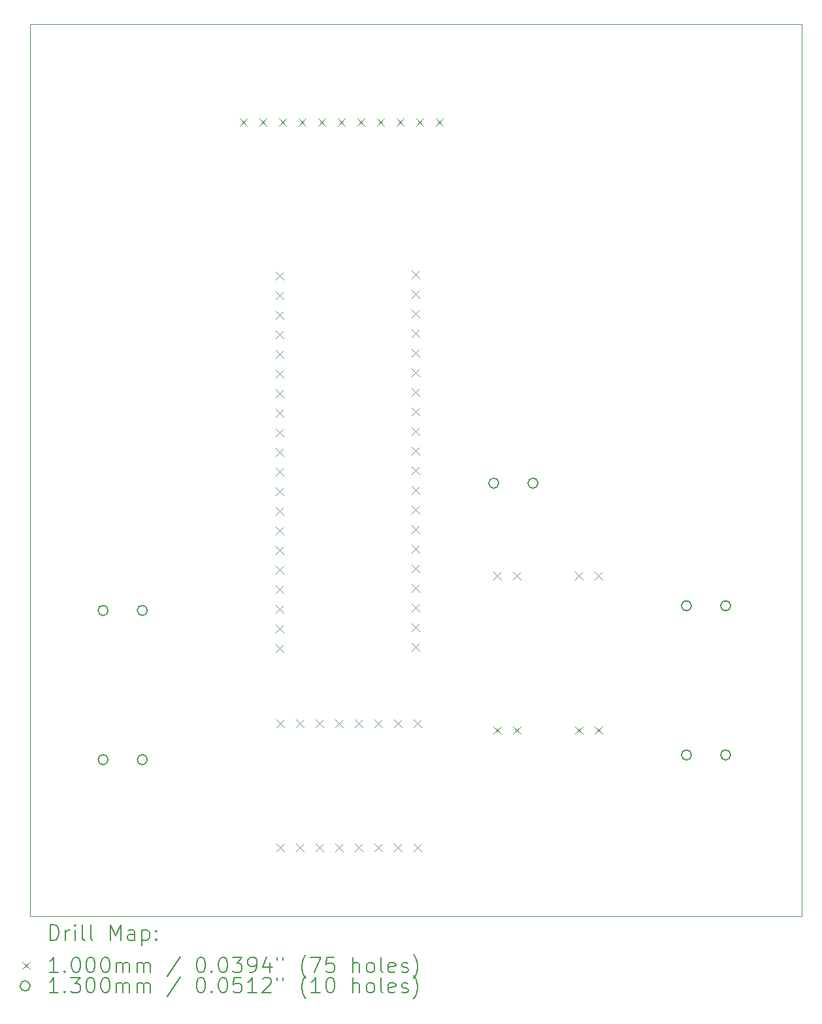
<source format=gbr>
%TF.GenerationSoftware,KiCad,Pcbnew,9.0.7*%
%TF.CreationDate,2026-01-22T15:28:59+05:00*%
%TF.ProjectId,PCB,5043422e-6b69-4636-9164-5f7063625858,rev?*%
%TF.SameCoordinates,Original*%
%TF.FileFunction,Drillmap*%
%TF.FilePolarity,Positive*%
%FSLAX45Y45*%
G04 Gerber Fmt 4.5, Leading zero omitted, Abs format (unit mm)*
G04 Created by KiCad (PCBNEW 9.0.7) date 2026-01-22 15:28:59*
%MOMM*%
%LPD*%
G01*
G04 APERTURE LIST*
%ADD10C,0.050000*%
%ADD11C,0.200000*%
%ADD12C,0.100000*%
%ADD13C,0.130000*%
G04 APERTURE END LIST*
D10*
X8969500Y-3131967D02*
X18969500Y-3131967D01*
X18969500Y-14681967D01*
X8969500Y-14681967D01*
X8969500Y-3131967D01*
D11*
D12*
X11680000Y-4350000D02*
X11780000Y-4450000D01*
X11780000Y-4350000D02*
X11680000Y-4450000D01*
X11934000Y-4350000D02*
X12034000Y-4450000D01*
X12034000Y-4350000D02*
X11934000Y-4450000D01*
X12150000Y-6336029D02*
X12250000Y-6436029D01*
X12250000Y-6336029D02*
X12150000Y-6436029D01*
X12150000Y-6590029D02*
X12250000Y-6690029D01*
X12250000Y-6590029D02*
X12150000Y-6690029D01*
X12150000Y-6844029D02*
X12250000Y-6944029D01*
X12250000Y-6844029D02*
X12150000Y-6944029D01*
X12150000Y-7098029D02*
X12250000Y-7198029D01*
X12250000Y-7098029D02*
X12150000Y-7198029D01*
X12150000Y-7352029D02*
X12250000Y-7452029D01*
X12250000Y-7352029D02*
X12150000Y-7452029D01*
X12150000Y-7606029D02*
X12250000Y-7706029D01*
X12250000Y-7606029D02*
X12150000Y-7706029D01*
X12150000Y-7860029D02*
X12250000Y-7960029D01*
X12250000Y-7860029D02*
X12150000Y-7960029D01*
X12150000Y-8114029D02*
X12250000Y-8214029D01*
X12250000Y-8114029D02*
X12150000Y-8214029D01*
X12150000Y-8368029D02*
X12250000Y-8468029D01*
X12250000Y-8368029D02*
X12150000Y-8468029D01*
X12150000Y-8622029D02*
X12250000Y-8722029D01*
X12250000Y-8622029D02*
X12150000Y-8722029D01*
X12150000Y-8876029D02*
X12250000Y-8976029D01*
X12250000Y-8876029D02*
X12150000Y-8976029D01*
X12150000Y-9130029D02*
X12250000Y-9230029D01*
X12250000Y-9130029D02*
X12150000Y-9230029D01*
X12150000Y-9384029D02*
X12250000Y-9484029D01*
X12250000Y-9384029D02*
X12150000Y-9484029D01*
X12150000Y-9638029D02*
X12250000Y-9738029D01*
X12250000Y-9638029D02*
X12150000Y-9738029D01*
X12150000Y-9892029D02*
X12250000Y-9992029D01*
X12250000Y-9892029D02*
X12150000Y-9992029D01*
X12150000Y-10146029D02*
X12250000Y-10246029D01*
X12250000Y-10146029D02*
X12150000Y-10246029D01*
X12150000Y-10400029D02*
X12250000Y-10500029D01*
X12250000Y-10400029D02*
X12150000Y-10500029D01*
X12150000Y-10654029D02*
X12250000Y-10754029D01*
X12250000Y-10654029D02*
X12150000Y-10754029D01*
X12150000Y-10908029D02*
X12250000Y-11008029D01*
X12250000Y-10908029D02*
X12150000Y-11008029D01*
X12150000Y-11162029D02*
X12250000Y-11262029D01*
X12250000Y-11162029D02*
X12150000Y-11262029D01*
X12160638Y-12140476D02*
X12260638Y-12240476D01*
X12260638Y-12140476D02*
X12160638Y-12240476D01*
X12160638Y-13749276D02*
X12260638Y-13849276D01*
X12260638Y-13749276D02*
X12160638Y-13849276D01*
X12188000Y-4350000D02*
X12288000Y-4450000D01*
X12288000Y-4350000D02*
X12188000Y-4450000D01*
X12414638Y-12140476D02*
X12514638Y-12240476D01*
X12514638Y-12140476D02*
X12414638Y-12240476D01*
X12414638Y-13749276D02*
X12514638Y-13849276D01*
X12514638Y-13749276D02*
X12414638Y-13849276D01*
X12442000Y-4350000D02*
X12542000Y-4450000D01*
X12542000Y-4350000D02*
X12442000Y-4450000D01*
X12668638Y-12140476D02*
X12768638Y-12240476D01*
X12768638Y-12140476D02*
X12668638Y-12240476D01*
X12668638Y-13749276D02*
X12768638Y-13849276D01*
X12768638Y-13749276D02*
X12668638Y-13849276D01*
X12696000Y-4350000D02*
X12796000Y-4450000D01*
X12796000Y-4350000D02*
X12696000Y-4450000D01*
X12922638Y-12140476D02*
X13022638Y-12240476D01*
X13022638Y-12140476D02*
X12922638Y-12240476D01*
X12922638Y-13749276D02*
X13022638Y-13849276D01*
X13022638Y-13749276D02*
X12922638Y-13849276D01*
X12950000Y-4350000D02*
X13050000Y-4450000D01*
X13050000Y-4350000D02*
X12950000Y-4450000D01*
X13176638Y-12140476D02*
X13276638Y-12240476D01*
X13276638Y-12140476D02*
X13176638Y-12240476D01*
X13176638Y-13749276D02*
X13276638Y-13849276D01*
X13276638Y-13749276D02*
X13176638Y-13849276D01*
X13204000Y-4350000D02*
X13304000Y-4450000D01*
X13304000Y-4350000D02*
X13204000Y-4450000D01*
X13430638Y-12140476D02*
X13530638Y-12240476D01*
X13530638Y-12140476D02*
X13430638Y-12240476D01*
X13430638Y-13749276D02*
X13530638Y-13849276D01*
X13530638Y-13749276D02*
X13430638Y-13849276D01*
X13458000Y-4350000D02*
X13558000Y-4450000D01*
X13558000Y-4350000D02*
X13458000Y-4450000D01*
X13684638Y-12140476D02*
X13784638Y-12240476D01*
X13784638Y-12140476D02*
X13684638Y-12240476D01*
X13684638Y-13749276D02*
X13784638Y-13849276D01*
X13784638Y-13749276D02*
X13684638Y-13849276D01*
X13712000Y-4350000D02*
X13812000Y-4450000D01*
X13812000Y-4350000D02*
X13712000Y-4450000D01*
X13912000Y-6324029D02*
X14012000Y-6424029D01*
X14012000Y-6324029D02*
X13912000Y-6424029D01*
X13912000Y-6578029D02*
X14012000Y-6678029D01*
X14012000Y-6578029D02*
X13912000Y-6678029D01*
X13912000Y-6832029D02*
X14012000Y-6932029D01*
X14012000Y-6832029D02*
X13912000Y-6932029D01*
X13912000Y-7086029D02*
X14012000Y-7186029D01*
X14012000Y-7086029D02*
X13912000Y-7186029D01*
X13912000Y-7340029D02*
X14012000Y-7440029D01*
X14012000Y-7340029D02*
X13912000Y-7440029D01*
X13912000Y-7594029D02*
X14012000Y-7694029D01*
X14012000Y-7594029D02*
X13912000Y-7694029D01*
X13912000Y-7848029D02*
X14012000Y-7948029D01*
X14012000Y-7848029D02*
X13912000Y-7948029D01*
X13912000Y-8102029D02*
X14012000Y-8202029D01*
X14012000Y-8102029D02*
X13912000Y-8202029D01*
X13912000Y-8356029D02*
X14012000Y-8456029D01*
X14012000Y-8356029D02*
X13912000Y-8456029D01*
X13912000Y-8610029D02*
X14012000Y-8710029D01*
X14012000Y-8610029D02*
X13912000Y-8710029D01*
X13912000Y-8864029D02*
X14012000Y-8964029D01*
X14012000Y-8864029D02*
X13912000Y-8964029D01*
X13912000Y-9118029D02*
X14012000Y-9218029D01*
X14012000Y-9118029D02*
X13912000Y-9218029D01*
X13912000Y-9372029D02*
X14012000Y-9472029D01*
X14012000Y-9372029D02*
X13912000Y-9472029D01*
X13912000Y-9626029D02*
X14012000Y-9726029D01*
X14012000Y-9626029D02*
X13912000Y-9726029D01*
X13912000Y-9880029D02*
X14012000Y-9980029D01*
X14012000Y-9880029D02*
X13912000Y-9980029D01*
X13912000Y-10134029D02*
X14012000Y-10234029D01*
X14012000Y-10134029D02*
X13912000Y-10234029D01*
X13912000Y-10388029D02*
X14012000Y-10488029D01*
X14012000Y-10388029D02*
X13912000Y-10488029D01*
X13912000Y-10642029D02*
X14012000Y-10742029D01*
X14012000Y-10642029D02*
X13912000Y-10742029D01*
X13912000Y-10896029D02*
X14012000Y-10996029D01*
X14012000Y-10896029D02*
X13912000Y-10996029D01*
X13912000Y-11150029D02*
X14012000Y-11250029D01*
X14012000Y-11150029D02*
X13912000Y-11250029D01*
X13938638Y-12140476D02*
X14038638Y-12240476D01*
X14038638Y-12140476D02*
X13938638Y-12240476D01*
X13938638Y-13749276D02*
X14038638Y-13849276D01*
X14038638Y-13749276D02*
X13938638Y-13849276D01*
X13966000Y-4350000D02*
X14066000Y-4450000D01*
X14066000Y-4350000D02*
X13966000Y-4450000D01*
X14220000Y-4350000D02*
X14320000Y-4450000D01*
X14320000Y-4350000D02*
X14220000Y-4450000D01*
X14971184Y-10226237D02*
X15071184Y-10326237D01*
X15071184Y-10226237D02*
X14971184Y-10326237D01*
X14971184Y-12226237D02*
X15071184Y-12326237D01*
X15071184Y-12226237D02*
X14971184Y-12326237D01*
X15225184Y-10226237D02*
X15325184Y-10326237D01*
X15325184Y-10226237D02*
X15225184Y-10326237D01*
X15225184Y-12226237D02*
X15325184Y-12326237D01*
X15325184Y-12226237D02*
X15225184Y-12326237D01*
X16025184Y-10226237D02*
X16125184Y-10326237D01*
X16125184Y-10226237D02*
X16025184Y-10326237D01*
X16025184Y-12226237D02*
X16125184Y-12326237D01*
X16125184Y-12226237D02*
X16025184Y-12326237D01*
X16279184Y-10226237D02*
X16379184Y-10326237D01*
X16379184Y-10226237D02*
X16279184Y-10326237D01*
X16279184Y-12226237D02*
X16379184Y-12326237D01*
X16379184Y-12226237D02*
X16279184Y-12326237D01*
D13*
X9978000Y-10724217D02*
G75*
G02*
X9848000Y-10724217I-65000J0D01*
G01*
X9848000Y-10724217D02*
G75*
G02*
X9978000Y-10724217I65000J0D01*
G01*
X9978000Y-12657217D02*
G75*
G02*
X9848000Y-12657217I-65000J0D01*
G01*
X9848000Y-12657217D02*
G75*
G02*
X9978000Y-12657217I65000J0D01*
G01*
X10486000Y-10724217D02*
G75*
G02*
X10356000Y-10724217I-65000J0D01*
G01*
X10356000Y-10724217D02*
G75*
G02*
X10486000Y-10724217I65000J0D01*
G01*
X10486000Y-12657217D02*
G75*
G02*
X10356000Y-12657217I-65000J0D01*
G01*
X10356000Y-12657217D02*
G75*
G02*
X10486000Y-12657217I65000J0D01*
G01*
X15040000Y-9075000D02*
G75*
G02*
X14910000Y-9075000I-65000J0D01*
G01*
X14910000Y-9075000D02*
G75*
G02*
X15040000Y-9075000I65000J0D01*
G01*
X15548000Y-9075000D02*
G75*
G02*
X15418000Y-9075000I-65000J0D01*
G01*
X15418000Y-9075000D02*
G75*
G02*
X15548000Y-9075000I65000J0D01*
G01*
X17536205Y-10663217D02*
G75*
G02*
X17406205Y-10663217I-65000J0D01*
G01*
X17406205Y-10663217D02*
G75*
G02*
X17536205Y-10663217I65000J0D01*
G01*
X17536205Y-12596217D02*
G75*
G02*
X17406205Y-12596217I-65000J0D01*
G01*
X17406205Y-12596217D02*
G75*
G02*
X17536205Y-12596217I65000J0D01*
G01*
X18044205Y-10663217D02*
G75*
G02*
X17914205Y-10663217I-65000J0D01*
G01*
X17914205Y-10663217D02*
G75*
G02*
X18044205Y-10663217I65000J0D01*
G01*
X18044205Y-12596217D02*
G75*
G02*
X17914205Y-12596217I-65000J0D01*
G01*
X17914205Y-12596217D02*
G75*
G02*
X18044205Y-12596217I65000J0D01*
G01*
D11*
X9227777Y-14995951D02*
X9227777Y-14795951D01*
X9227777Y-14795951D02*
X9275396Y-14795951D01*
X9275396Y-14795951D02*
X9303967Y-14805475D01*
X9303967Y-14805475D02*
X9323015Y-14824522D01*
X9323015Y-14824522D02*
X9332539Y-14843570D01*
X9332539Y-14843570D02*
X9342063Y-14881665D01*
X9342063Y-14881665D02*
X9342063Y-14910237D01*
X9342063Y-14910237D02*
X9332539Y-14948332D01*
X9332539Y-14948332D02*
X9323015Y-14967380D01*
X9323015Y-14967380D02*
X9303967Y-14986427D01*
X9303967Y-14986427D02*
X9275396Y-14995951D01*
X9275396Y-14995951D02*
X9227777Y-14995951D01*
X9427777Y-14995951D02*
X9427777Y-14862618D01*
X9427777Y-14900713D02*
X9437301Y-14881665D01*
X9437301Y-14881665D02*
X9446824Y-14872141D01*
X9446824Y-14872141D02*
X9465872Y-14862618D01*
X9465872Y-14862618D02*
X9484920Y-14862618D01*
X9551586Y-14995951D02*
X9551586Y-14862618D01*
X9551586Y-14795951D02*
X9542063Y-14805475D01*
X9542063Y-14805475D02*
X9551586Y-14814999D01*
X9551586Y-14814999D02*
X9561110Y-14805475D01*
X9561110Y-14805475D02*
X9551586Y-14795951D01*
X9551586Y-14795951D02*
X9551586Y-14814999D01*
X9675396Y-14995951D02*
X9656348Y-14986427D01*
X9656348Y-14986427D02*
X9646824Y-14967380D01*
X9646824Y-14967380D02*
X9646824Y-14795951D01*
X9780158Y-14995951D02*
X9761110Y-14986427D01*
X9761110Y-14986427D02*
X9751586Y-14967380D01*
X9751586Y-14967380D02*
X9751586Y-14795951D01*
X10008729Y-14995951D02*
X10008729Y-14795951D01*
X10008729Y-14795951D02*
X10075396Y-14938808D01*
X10075396Y-14938808D02*
X10142063Y-14795951D01*
X10142063Y-14795951D02*
X10142063Y-14995951D01*
X10323015Y-14995951D02*
X10323015Y-14891189D01*
X10323015Y-14891189D02*
X10313491Y-14872141D01*
X10313491Y-14872141D02*
X10294444Y-14862618D01*
X10294444Y-14862618D02*
X10256348Y-14862618D01*
X10256348Y-14862618D02*
X10237301Y-14872141D01*
X10323015Y-14986427D02*
X10303967Y-14995951D01*
X10303967Y-14995951D02*
X10256348Y-14995951D01*
X10256348Y-14995951D02*
X10237301Y-14986427D01*
X10237301Y-14986427D02*
X10227777Y-14967380D01*
X10227777Y-14967380D02*
X10227777Y-14948332D01*
X10227777Y-14948332D02*
X10237301Y-14929284D01*
X10237301Y-14929284D02*
X10256348Y-14919761D01*
X10256348Y-14919761D02*
X10303967Y-14919761D01*
X10303967Y-14919761D02*
X10323015Y-14910237D01*
X10418253Y-14862618D02*
X10418253Y-15062618D01*
X10418253Y-14872141D02*
X10437301Y-14862618D01*
X10437301Y-14862618D02*
X10475396Y-14862618D01*
X10475396Y-14862618D02*
X10494444Y-14872141D01*
X10494444Y-14872141D02*
X10503967Y-14881665D01*
X10503967Y-14881665D02*
X10513491Y-14900713D01*
X10513491Y-14900713D02*
X10513491Y-14957856D01*
X10513491Y-14957856D02*
X10503967Y-14976903D01*
X10503967Y-14976903D02*
X10494444Y-14986427D01*
X10494444Y-14986427D02*
X10475396Y-14995951D01*
X10475396Y-14995951D02*
X10437301Y-14995951D01*
X10437301Y-14995951D02*
X10418253Y-14986427D01*
X10599205Y-14976903D02*
X10608729Y-14986427D01*
X10608729Y-14986427D02*
X10599205Y-14995951D01*
X10599205Y-14995951D02*
X10589682Y-14986427D01*
X10589682Y-14986427D02*
X10599205Y-14976903D01*
X10599205Y-14976903D02*
X10599205Y-14995951D01*
X10599205Y-14872141D02*
X10608729Y-14881665D01*
X10608729Y-14881665D02*
X10599205Y-14891189D01*
X10599205Y-14891189D02*
X10589682Y-14881665D01*
X10589682Y-14881665D02*
X10599205Y-14872141D01*
X10599205Y-14872141D02*
X10599205Y-14891189D01*
D12*
X8867000Y-15274467D02*
X8967000Y-15374467D01*
X8967000Y-15274467D02*
X8867000Y-15374467D01*
D11*
X9332539Y-15415951D02*
X9218253Y-15415951D01*
X9275396Y-15415951D02*
X9275396Y-15215951D01*
X9275396Y-15215951D02*
X9256348Y-15244522D01*
X9256348Y-15244522D02*
X9237301Y-15263570D01*
X9237301Y-15263570D02*
X9218253Y-15273094D01*
X9418253Y-15396903D02*
X9427777Y-15406427D01*
X9427777Y-15406427D02*
X9418253Y-15415951D01*
X9418253Y-15415951D02*
X9408729Y-15406427D01*
X9408729Y-15406427D02*
X9418253Y-15396903D01*
X9418253Y-15396903D02*
X9418253Y-15415951D01*
X9551586Y-15215951D02*
X9570634Y-15215951D01*
X9570634Y-15215951D02*
X9589682Y-15225475D01*
X9589682Y-15225475D02*
X9599205Y-15234999D01*
X9599205Y-15234999D02*
X9608729Y-15254046D01*
X9608729Y-15254046D02*
X9618253Y-15292141D01*
X9618253Y-15292141D02*
X9618253Y-15339761D01*
X9618253Y-15339761D02*
X9608729Y-15377856D01*
X9608729Y-15377856D02*
X9599205Y-15396903D01*
X9599205Y-15396903D02*
X9589682Y-15406427D01*
X9589682Y-15406427D02*
X9570634Y-15415951D01*
X9570634Y-15415951D02*
X9551586Y-15415951D01*
X9551586Y-15415951D02*
X9532539Y-15406427D01*
X9532539Y-15406427D02*
X9523015Y-15396903D01*
X9523015Y-15396903D02*
X9513491Y-15377856D01*
X9513491Y-15377856D02*
X9503967Y-15339761D01*
X9503967Y-15339761D02*
X9503967Y-15292141D01*
X9503967Y-15292141D02*
X9513491Y-15254046D01*
X9513491Y-15254046D02*
X9523015Y-15234999D01*
X9523015Y-15234999D02*
X9532539Y-15225475D01*
X9532539Y-15225475D02*
X9551586Y-15215951D01*
X9742063Y-15215951D02*
X9761110Y-15215951D01*
X9761110Y-15215951D02*
X9780158Y-15225475D01*
X9780158Y-15225475D02*
X9789682Y-15234999D01*
X9789682Y-15234999D02*
X9799205Y-15254046D01*
X9799205Y-15254046D02*
X9808729Y-15292141D01*
X9808729Y-15292141D02*
X9808729Y-15339761D01*
X9808729Y-15339761D02*
X9799205Y-15377856D01*
X9799205Y-15377856D02*
X9789682Y-15396903D01*
X9789682Y-15396903D02*
X9780158Y-15406427D01*
X9780158Y-15406427D02*
X9761110Y-15415951D01*
X9761110Y-15415951D02*
X9742063Y-15415951D01*
X9742063Y-15415951D02*
X9723015Y-15406427D01*
X9723015Y-15406427D02*
X9713491Y-15396903D01*
X9713491Y-15396903D02*
X9703967Y-15377856D01*
X9703967Y-15377856D02*
X9694444Y-15339761D01*
X9694444Y-15339761D02*
X9694444Y-15292141D01*
X9694444Y-15292141D02*
X9703967Y-15254046D01*
X9703967Y-15254046D02*
X9713491Y-15234999D01*
X9713491Y-15234999D02*
X9723015Y-15225475D01*
X9723015Y-15225475D02*
X9742063Y-15215951D01*
X9932539Y-15215951D02*
X9951586Y-15215951D01*
X9951586Y-15215951D02*
X9970634Y-15225475D01*
X9970634Y-15225475D02*
X9980158Y-15234999D01*
X9980158Y-15234999D02*
X9989682Y-15254046D01*
X9989682Y-15254046D02*
X9999205Y-15292141D01*
X9999205Y-15292141D02*
X9999205Y-15339761D01*
X9999205Y-15339761D02*
X9989682Y-15377856D01*
X9989682Y-15377856D02*
X9980158Y-15396903D01*
X9980158Y-15396903D02*
X9970634Y-15406427D01*
X9970634Y-15406427D02*
X9951586Y-15415951D01*
X9951586Y-15415951D02*
X9932539Y-15415951D01*
X9932539Y-15415951D02*
X9913491Y-15406427D01*
X9913491Y-15406427D02*
X9903967Y-15396903D01*
X9903967Y-15396903D02*
X9894444Y-15377856D01*
X9894444Y-15377856D02*
X9884920Y-15339761D01*
X9884920Y-15339761D02*
X9884920Y-15292141D01*
X9884920Y-15292141D02*
X9894444Y-15254046D01*
X9894444Y-15254046D02*
X9903967Y-15234999D01*
X9903967Y-15234999D02*
X9913491Y-15225475D01*
X9913491Y-15225475D02*
X9932539Y-15215951D01*
X10084920Y-15415951D02*
X10084920Y-15282618D01*
X10084920Y-15301665D02*
X10094444Y-15292141D01*
X10094444Y-15292141D02*
X10113491Y-15282618D01*
X10113491Y-15282618D02*
X10142063Y-15282618D01*
X10142063Y-15282618D02*
X10161110Y-15292141D01*
X10161110Y-15292141D02*
X10170634Y-15311189D01*
X10170634Y-15311189D02*
X10170634Y-15415951D01*
X10170634Y-15311189D02*
X10180158Y-15292141D01*
X10180158Y-15292141D02*
X10199205Y-15282618D01*
X10199205Y-15282618D02*
X10227777Y-15282618D01*
X10227777Y-15282618D02*
X10246825Y-15292141D01*
X10246825Y-15292141D02*
X10256348Y-15311189D01*
X10256348Y-15311189D02*
X10256348Y-15415951D01*
X10351586Y-15415951D02*
X10351586Y-15282618D01*
X10351586Y-15301665D02*
X10361110Y-15292141D01*
X10361110Y-15292141D02*
X10380158Y-15282618D01*
X10380158Y-15282618D02*
X10408729Y-15282618D01*
X10408729Y-15282618D02*
X10427777Y-15292141D01*
X10427777Y-15292141D02*
X10437301Y-15311189D01*
X10437301Y-15311189D02*
X10437301Y-15415951D01*
X10437301Y-15311189D02*
X10446825Y-15292141D01*
X10446825Y-15292141D02*
X10465872Y-15282618D01*
X10465872Y-15282618D02*
X10494444Y-15282618D01*
X10494444Y-15282618D02*
X10513491Y-15292141D01*
X10513491Y-15292141D02*
X10523015Y-15311189D01*
X10523015Y-15311189D02*
X10523015Y-15415951D01*
X10913491Y-15206427D02*
X10742063Y-15463570D01*
X11170634Y-15215951D02*
X11189682Y-15215951D01*
X11189682Y-15215951D02*
X11208729Y-15225475D01*
X11208729Y-15225475D02*
X11218253Y-15234999D01*
X11218253Y-15234999D02*
X11227777Y-15254046D01*
X11227777Y-15254046D02*
X11237301Y-15292141D01*
X11237301Y-15292141D02*
X11237301Y-15339761D01*
X11237301Y-15339761D02*
X11227777Y-15377856D01*
X11227777Y-15377856D02*
X11218253Y-15396903D01*
X11218253Y-15396903D02*
X11208729Y-15406427D01*
X11208729Y-15406427D02*
X11189682Y-15415951D01*
X11189682Y-15415951D02*
X11170634Y-15415951D01*
X11170634Y-15415951D02*
X11151587Y-15406427D01*
X11151587Y-15406427D02*
X11142063Y-15396903D01*
X11142063Y-15396903D02*
X11132539Y-15377856D01*
X11132539Y-15377856D02*
X11123015Y-15339761D01*
X11123015Y-15339761D02*
X11123015Y-15292141D01*
X11123015Y-15292141D02*
X11132539Y-15254046D01*
X11132539Y-15254046D02*
X11142063Y-15234999D01*
X11142063Y-15234999D02*
X11151587Y-15225475D01*
X11151587Y-15225475D02*
X11170634Y-15215951D01*
X11323015Y-15396903D02*
X11332539Y-15406427D01*
X11332539Y-15406427D02*
X11323015Y-15415951D01*
X11323015Y-15415951D02*
X11313491Y-15406427D01*
X11313491Y-15406427D02*
X11323015Y-15396903D01*
X11323015Y-15396903D02*
X11323015Y-15415951D01*
X11456348Y-15215951D02*
X11475396Y-15215951D01*
X11475396Y-15215951D02*
X11494444Y-15225475D01*
X11494444Y-15225475D02*
X11503967Y-15234999D01*
X11503967Y-15234999D02*
X11513491Y-15254046D01*
X11513491Y-15254046D02*
X11523015Y-15292141D01*
X11523015Y-15292141D02*
X11523015Y-15339761D01*
X11523015Y-15339761D02*
X11513491Y-15377856D01*
X11513491Y-15377856D02*
X11503967Y-15396903D01*
X11503967Y-15396903D02*
X11494444Y-15406427D01*
X11494444Y-15406427D02*
X11475396Y-15415951D01*
X11475396Y-15415951D02*
X11456348Y-15415951D01*
X11456348Y-15415951D02*
X11437301Y-15406427D01*
X11437301Y-15406427D02*
X11427777Y-15396903D01*
X11427777Y-15396903D02*
X11418253Y-15377856D01*
X11418253Y-15377856D02*
X11408729Y-15339761D01*
X11408729Y-15339761D02*
X11408729Y-15292141D01*
X11408729Y-15292141D02*
X11418253Y-15254046D01*
X11418253Y-15254046D02*
X11427777Y-15234999D01*
X11427777Y-15234999D02*
X11437301Y-15225475D01*
X11437301Y-15225475D02*
X11456348Y-15215951D01*
X11589682Y-15215951D02*
X11713491Y-15215951D01*
X11713491Y-15215951D02*
X11646825Y-15292141D01*
X11646825Y-15292141D02*
X11675396Y-15292141D01*
X11675396Y-15292141D02*
X11694444Y-15301665D01*
X11694444Y-15301665D02*
X11703967Y-15311189D01*
X11703967Y-15311189D02*
X11713491Y-15330237D01*
X11713491Y-15330237D02*
X11713491Y-15377856D01*
X11713491Y-15377856D02*
X11703967Y-15396903D01*
X11703967Y-15396903D02*
X11694444Y-15406427D01*
X11694444Y-15406427D02*
X11675396Y-15415951D01*
X11675396Y-15415951D02*
X11618253Y-15415951D01*
X11618253Y-15415951D02*
X11599206Y-15406427D01*
X11599206Y-15406427D02*
X11589682Y-15396903D01*
X11808729Y-15415951D02*
X11846825Y-15415951D01*
X11846825Y-15415951D02*
X11865872Y-15406427D01*
X11865872Y-15406427D02*
X11875396Y-15396903D01*
X11875396Y-15396903D02*
X11894444Y-15368332D01*
X11894444Y-15368332D02*
X11903967Y-15330237D01*
X11903967Y-15330237D02*
X11903967Y-15254046D01*
X11903967Y-15254046D02*
X11894444Y-15234999D01*
X11894444Y-15234999D02*
X11884920Y-15225475D01*
X11884920Y-15225475D02*
X11865872Y-15215951D01*
X11865872Y-15215951D02*
X11827777Y-15215951D01*
X11827777Y-15215951D02*
X11808729Y-15225475D01*
X11808729Y-15225475D02*
X11799206Y-15234999D01*
X11799206Y-15234999D02*
X11789682Y-15254046D01*
X11789682Y-15254046D02*
X11789682Y-15301665D01*
X11789682Y-15301665D02*
X11799206Y-15320713D01*
X11799206Y-15320713D02*
X11808729Y-15330237D01*
X11808729Y-15330237D02*
X11827777Y-15339761D01*
X11827777Y-15339761D02*
X11865872Y-15339761D01*
X11865872Y-15339761D02*
X11884920Y-15330237D01*
X11884920Y-15330237D02*
X11894444Y-15320713D01*
X11894444Y-15320713D02*
X11903967Y-15301665D01*
X12075396Y-15282618D02*
X12075396Y-15415951D01*
X12027777Y-15206427D02*
X11980158Y-15349284D01*
X11980158Y-15349284D02*
X12103967Y-15349284D01*
X12170634Y-15215951D02*
X12170634Y-15254046D01*
X12246825Y-15215951D02*
X12246825Y-15254046D01*
X12542063Y-15492141D02*
X12532539Y-15482618D01*
X12532539Y-15482618D02*
X12513491Y-15454046D01*
X12513491Y-15454046D02*
X12503968Y-15434999D01*
X12503968Y-15434999D02*
X12494444Y-15406427D01*
X12494444Y-15406427D02*
X12484920Y-15358808D01*
X12484920Y-15358808D02*
X12484920Y-15320713D01*
X12484920Y-15320713D02*
X12494444Y-15273094D01*
X12494444Y-15273094D02*
X12503968Y-15244522D01*
X12503968Y-15244522D02*
X12513491Y-15225475D01*
X12513491Y-15225475D02*
X12532539Y-15196903D01*
X12532539Y-15196903D02*
X12542063Y-15187380D01*
X12599206Y-15215951D02*
X12732539Y-15215951D01*
X12732539Y-15215951D02*
X12646825Y-15415951D01*
X12903968Y-15215951D02*
X12808729Y-15215951D01*
X12808729Y-15215951D02*
X12799206Y-15311189D01*
X12799206Y-15311189D02*
X12808729Y-15301665D01*
X12808729Y-15301665D02*
X12827777Y-15292141D01*
X12827777Y-15292141D02*
X12875396Y-15292141D01*
X12875396Y-15292141D02*
X12894444Y-15301665D01*
X12894444Y-15301665D02*
X12903968Y-15311189D01*
X12903968Y-15311189D02*
X12913491Y-15330237D01*
X12913491Y-15330237D02*
X12913491Y-15377856D01*
X12913491Y-15377856D02*
X12903968Y-15396903D01*
X12903968Y-15396903D02*
X12894444Y-15406427D01*
X12894444Y-15406427D02*
X12875396Y-15415951D01*
X12875396Y-15415951D02*
X12827777Y-15415951D01*
X12827777Y-15415951D02*
X12808729Y-15406427D01*
X12808729Y-15406427D02*
X12799206Y-15396903D01*
X13151587Y-15415951D02*
X13151587Y-15215951D01*
X13237301Y-15415951D02*
X13237301Y-15311189D01*
X13237301Y-15311189D02*
X13227777Y-15292141D01*
X13227777Y-15292141D02*
X13208730Y-15282618D01*
X13208730Y-15282618D02*
X13180158Y-15282618D01*
X13180158Y-15282618D02*
X13161110Y-15292141D01*
X13161110Y-15292141D02*
X13151587Y-15301665D01*
X13361110Y-15415951D02*
X13342063Y-15406427D01*
X13342063Y-15406427D02*
X13332539Y-15396903D01*
X13332539Y-15396903D02*
X13323015Y-15377856D01*
X13323015Y-15377856D02*
X13323015Y-15320713D01*
X13323015Y-15320713D02*
X13332539Y-15301665D01*
X13332539Y-15301665D02*
X13342063Y-15292141D01*
X13342063Y-15292141D02*
X13361110Y-15282618D01*
X13361110Y-15282618D02*
X13389682Y-15282618D01*
X13389682Y-15282618D02*
X13408730Y-15292141D01*
X13408730Y-15292141D02*
X13418253Y-15301665D01*
X13418253Y-15301665D02*
X13427777Y-15320713D01*
X13427777Y-15320713D02*
X13427777Y-15377856D01*
X13427777Y-15377856D02*
X13418253Y-15396903D01*
X13418253Y-15396903D02*
X13408730Y-15406427D01*
X13408730Y-15406427D02*
X13389682Y-15415951D01*
X13389682Y-15415951D02*
X13361110Y-15415951D01*
X13542063Y-15415951D02*
X13523015Y-15406427D01*
X13523015Y-15406427D02*
X13513491Y-15387380D01*
X13513491Y-15387380D02*
X13513491Y-15215951D01*
X13694444Y-15406427D02*
X13675396Y-15415951D01*
X13675396Y-15415951D02*
X13637301Y-15415951D01*
X13637301Y-15415951D02*
X13618253Y-15406427D01*
X13618253Y-15406427D02*
X13608730Y-15387380D01*
X13608730Y-15387380D02*
X13608730Y-15311189D01*
X13608730Y-15311189D02*
X13618253Y-15292141D01*
X13618253Y-15292141D02*
X13637301Y-15282618D01*
X13637301Y-15282618D02*
X13675396Y-15282618D01*
X13675396Y-15282618D02*
X13694444Y-15292141D01*
X13694444Y-15292141D02*
X13703968Y-15311189D01*
X13703968Y-15311189D02*
X13703968Y-15330237D01*
X13703968Y-15330237D02*
X13608730Y-15349284D01*
X13780158Y-15406427D02*
X13799206Y-15415951D01*
X13799206Y-15415951D02*
X13837301Y-15415951D01*
X13837301Y-15415951D02*
X13856349Y-15406427D01*
X13856349Y-15406427D02*
X13865872Y-15387380D01*
X13865872Y-15387380D02*
X13865872Y-15377856D01*
X13865872Y-15377856D02*
X13856349Y-15358808D01*
X13856349Y-15358808D02*
X13837301Y-15349284D01*
X13837301Y-15349284D02*
X13808730Y-15349284D01*
X13808730Y-15349284D02*
X13789682Y-15339761D01*
X13789682Y-15339761D02*
X13780158Y-15320713D01*
X13780158Y-15320713D02*
X13780158Y-15311189D01*
X13780158Y-15311189D02*
X13789682Y-15292141D01*
X13789682Y-15292141D02*
X13808730Y-15282618D01*
X13808730Y-15282618D02*
X13837301Y-15282618D01*
X13837301Y-15282618D02*
X13856349Y-15292141D01*
X13932539Y-15492141D02*
X13942063Y-15482618D01*
X13942063Y-15482618D02*
X13961111Y-15454046D01*
X13961111Y-15454046D02*
X13970634Y-15434999D01*
X13970634Y-15434999D02*
X13980158Y-15406427D01*
X13980158Y-15406427D02*
X13989682Y-15358808D01*
X13989682Y-15358808D02*
X13989682Y-15320713D01*
X13989682Y-15320713D02*
X13980158Y-15273094D01*
X13980158Y-15273094D02*
X13970634Y-15244522D01*
X13970634Y-15244522D02*
X13961111Y-15225475D01*
X13961111Y-15225475D02*
X13942063Y-15196903D01*
X13942063Y-15196903D02*
X13932539Y-15187380D01*
D13*
X8967000Y-15588467D02*
G75*
G02*
X8837000Y-15588467I-65000J0D01*
G01*
X8837000Y-15588467D02*
G75*
G02*
X8967000Y-15588467I65000J0D01*
G01*
D11*
X9332539Y-15679951D02*
X9218253Y-15679951D01*
X9275396Y-15679951D02*
X9275396Y-15479951D01*
X9275396Y-15479951D02*
X9256348Y-15508522D01*
X9256348Y-15508522D02*
X9237301Y-15527570D01*
X9237301Y-15527570D02*
X9218253Y-15537094D01*
X9418253Y-15660903D02*
X9427777Y-15670427D01*
X9427777Y-15670427D02*
X9418253Y-15679951D01*
X9418253Y-15679951D02*
X9408729Y-15670427D01*
X9408729Y-15670427D02*
X9418253Y-15660903D01*
X9418253Y-15660903D02*
X9418253Y-15679951D01*
X9494444Y-15479951D02*
X9618253Y-15479951D01*
X9618253Y-15479951D02*
X9551586Y-15556141D01*
X9551586Y-15556141D02*
X9580158Y-15556141D01*
X9580158Y-15556141D02*
X9599205Y-15565665D01*
X9599205Y-15565665D02*
X9608729Y-15575189D01*
X9608729Y-15575189D02*
X9618253Y-15594237D01*
X9618253Y-15594237D02*
X9618253Y-15641856D01*
X9618253Y-15641856D02*
X9608729Y-15660903D01*
X9608729Y-15660903D02*
X9599205Y-15670427D01*
X9599205Y-15670427D02*
X9580158Y-15679951D01*
X9580158Y-15679951D02*
X9523015Y-15679951D01*
X9523015Y-15679951D02*
X9503967Y-15670427D01*
X9503967Y-15670427D02*
X9494444Y-15660903D01*
X9742063Y-15479951D02*
X9761110Y-15479951D01*
X9761110Y-15479951D02*
X9780158Y-15489475D01*
X9780158Y-15489475D02*
X9789682Y-15498999D01*
X9789682Y-15498999D02*
X9799205Y-15518046D01*
X9799205Y-15518046D02*
X9808729Y-15556141D01*
X9808729Y-15556141D02*
X9808729Y-15603761D01*
X9808729Y-15603761D02*
X9799205Y-15641856D01*
X9799205Y-15641856D02*
X9789682Y-15660903D01*
X9789682Y-15660903D02*
X9780158Y-15670427D01*
X9780158Y-15670427D02*
X9761110Y-15679951D01*
X9761110Y-15679951D02*
X9742063Y-15679951D01*
X9742063Y-15679951D02*
X9723015Y-15670427D01*
X9723015Y-15670427D02*
X9713491Y-15660903D01*
X9713491Y-15660903D02*
X9703967Y-15641856D01*
X9703967Y-15641856D02*
X9694444Y-15603761D01*
X9694444Y-15603761D02*
X9694444Y-15556141D01*
X9694444Y-15556141D02*
X9703967Y-15518046D01*
X9703967Y-15518046D02*
X9713491Y-15498999D01*
X9713491Y-15498999D02*
X9723015Y-15489475D01*
X9723015Y-15489475D02*
X9742063Y-15479951D01*
X9932539Y-15479951D02*
X9951586Y-15479951D01*
X9951586Y-15479951D02*
X9970634Y-15489475D01*
X9970634Y-15489475D02*
X9980158Y-15498999D01*
X9980158Y-15498999D02*
X9989682Y-15518046D01*
X9989682Y-15518046D02*
X9999205Y-15556141D01*
X9999205Y-15556141D02*
X9999205Y-15603761D01*
X9999205Y-15603761D02*
X9989682Y-15641856D01*
X9989682Y-15641856D02*
X9980158Y-15660903D01*
X9980158Y-15660903D02*
X9970634Y-15670427D01*
X9970634Y-15670427D02*
X9951586Y-15679951D01*
X9951586Y-15679951D02*
X9932539Y-15679951D01*
X9932539Y-15679951D02*
X9913491Y-15670427D01*
X9913491Y-15670427D02*
X9903967Y-15660903D01*
X9903967Y-15660903D02*
X9894444Y-15641856D01*
X9894444Y-15641856D02*
X9884920Y-15603761D01*
X9884920Y-15603761D02*
X9884920Y-15556141D01*
X9884920Y-15556141D02*
X9894444Y-15518046D01*
X9894444Y-15518046D02*
X9903967Y-15498999D01*
X9903967Y-15498999D02*
X9913491Y-15489475D01*
X9913491Y-15489475D02*
X9932539Y-15479951D01*
X10084920Y-15679951D02*
X10084920Y-15546618D01*
X10084920Y-15565665D02*
X10094444Y-15556141D01*
X10094444Y-15556141D02*
X10113491Y-15546618D01*
X10113491Y-15546618D02*
X10142063Y-15546618D01*
X10142063Y-15546618D02*
X10161110Y-15556141D01*
X10161110Y-15556141D02*
X10170634Y-15575189D01*
X10170634Y-15575189D02*
X10170634Y-15679951D01*
X10170634Y-15575189D02*
X10180158Y-15556141D01*
X10180158Y-15556141D02*
X10199205Y-15546618D01*
X10199205Y-15546618D02*
X10227777Y-15546618D01*
X10227777Y-15546618D02*
X10246825Y-15556141D01*
X10246825Y-15556141D02*
X10256348Y-15575189D01*
X10256348Y-15575189D02*
X10256348Y-15679951D01*
X10351586Y-15679951D02*
X10351586Y-15546618D01*
X10351586Y-15565665D02*
X10361110Y-15556141D01*
X10361110Y-15556141D02*
X10380158Y-15546618D01*
X10380158Y-15546618D02*
X10408729Y-15546618D01*
X10408729Y-15546618D02*
X10427777Y-15556141D01*
X10427777Y-15556141D02*
X10437301Y-15575189D01*
X10437301Y-15575189D02*
X10437301Y-15679951D01*
X10437301Y-15575189D02*
X10446825Y-15556141D01*
X10446825Y-15556141D02*
X10465872Y-15546618D01*
X10465872Y-15546618D02*
X10494444Y-15546618D01*
X10494444Y-15546618D02*
X10513491Y-15556141D01*
X10513491Y-15556141D02*
X10523015Y-15575189D01*
X10523015Y-15575189D02*
X10523015Y-15679951D01*
X10913491Y-15470427D02*
X10742063Y-15727570D01*
X11170634Y-15479951D02*
X11189682Y-15479951D01*
X11189682Y-15479951D02*
X11208729Y-15489475D01*
X11208729Y-15489475D02*
X11218253Y-15498999D01*
X11218253Y-15498999D02*
X11227777Y-15518046D01*
X11227777Y-15518046D02*
X11237301Y-15556141D01*
X11237301Y-15556141D02*
X11237301Y-15603761D01*
X11237301Y-15603761D02*
X11227777Y-15641856D01*
X11227777Y-15641856D02*
X11218253Y-15660903D01*
X11218253Y-15660903D02*
X11208729Y-15670427D01*
X11208729Y-15670427D02*
X11189682Y-15679951D01*
X11189682Y-15679951D02*
X11170634Y-15679951D01*
X11170634Y-15679951D02*
X11151587Y-15670427D01*
X11151587Y-15670427D02*
X11142063Y-15660903D01*
X11142063Y-15660903D02*
X11132539Y-15641856D01*
X11132539Y-15641856D02*
X11123015Y-15603761D01*
X11123015Y-15603761D02*
X11123015Y-15556141D01*
X11123015Y-15556141D02*
X11132539Y-15518046D01*
X11132539Y-15518046D02*
X11142063Y-15498999D01*
X11142063Y-15498999D02*
X11151587Y-15489475D01*
X11151587Y-15489475D02*
X11170634Y-15479951D01*
X11323015Y-15660903D02*
X11332539Y-15670427D01*
X11332539Y-15670427D02*
X11323015Y-15679951D01*
X11323015Y-15679951D02*
X11313491Y-15670427D01*
X11313491Y-15670427D02*
X11323015Y-15660903D01*
X11323015Y-15660903D02*
X11323015Y-15679951D01*
X11456348Y-15479951D02*
X11475396Y-15479951D01*
X11475396Y-15479951D02*
X11494444Y-15489475D01*
X11494444Y-15489475D02*
X11503967Y-15498999D01*
X11503967Y-15498999D02*
X11513491Y-15518046D01*
X11513491Y-15518046D02*
X11523015Y-15556141D01*
X11523015Y-15556141D02*
X11523015Y-15603761D01*
X11523015Y-15603761D02*
X11513491Y-15641856D01*
X11513491Y-15641856D02*
X11503967Y-15660903D01*
X11503967Y-15660903D02*
X11494444Y-15670427D01*
X11494444Y-15670427D02*
X11475396Y-15679951D01*
X11475396Y-15679951D02*
X11456348Y-15679951D01*
X11456348Y-15679951D02*
X11437301Y-15670427D01*
X11437301Y-15670427D02*
X11427777Y-15660903D01*
X11427777Y-15660903D02*
X11418253Y-15641856D01*
X11418253Y-15641856D02*
X11408729Y-15603761D01*
X11408729Y-15603761D02*
X11408729Y-15556141D01*
X11408729Y-15556141D02*
X11418253Y-15518046D01*
X11418253Y-15518046D02*
X11427777Y-15498999D01*
X11427777Y-15498999D02*
X11437301Y-15489475D01*
X11437301Y-15489475D02*
X11456348Y-15479951D01*
X11703967Y-15479951D02*
X11608729Y-15479951D01*
X11608729Y-15479951D02*
X11599206Y-15575189D01*
X11599206Y-15575189D02*
X11608729Y-15565665D01*
X11608729Y-15565665D02*
X11627777Y-15556141D01*
X11627777Y-15556141D02*
X11675396Y-15556141D01*
X11675396Y-15556141D02*
X11694444Y-15565665D01*
X11694444Y-15565665D02*
X11703967Y-15575189D01*
X11703967Y-15575189D02*
X11713491Y-15594237D01*
X11713491Y-15594237D02*
X11713491Y-15641856D01*
X11713491Y-15641856D02*
X11703967Y-15660903D01*
X11703967Y-15660903D02*
X11694444Y-15670427D01*
X11694444Y-15670427D02*
X11675396Y-15679951D01*
X11675396Y-15679951D02*
X11627777Y-15679951D01*
X11627777Y-15679951D02*
X11608729Y-15670427D01*
X11608729Y-15670427D02*
X11599206Y-15660903D01*
X11903967Y-15679951D02*
X11789682Y-15679951D01*
X11846825Y-15679951D02*
X11846825Y-15479951D01*
X11846825Y-15479951D02*
X11827777Y-15508522D01*
X11827777Y-15508522D02*
X11808729Y-15527570D01*
X11808729Y-15527570D02*
X11789682Y-15537094D01*
X11980158Y-15498999D02*
X11989682Y-15489475D01*
X11989682Y-15489475D02*
X12008729Y-15479951D01*
X12008729Y-15479951D02*
X12056348Y-15479951D01*
X12056348Y-15479951D02*
X12075396Y-15489475D01*
X12075396Y-15489475D02*
X12084920Y-15498999D01*
X12084920Y-15498999D02*
X12094444Y-15518046D01*
X12094444Y-15518046D02*
X12094444Y-15537094D01*
X12094444Y-15537094D02*
X12084920Y-15565665D01*
X12084920Y-15565665D02*
X11970634Y-15679951D01*
X11970634Y-15679951D02*
X12094444Y-15679951D01*
X12170634Y-15479951D02*
X12170634Y-15518046D01*
X12246825Y-15479951D02*
X12246825Y-15518046D01*
X12542063Y-15756141D02*
X12532539Y-15746618D01*
X12532539Y-15746618D02*
X12513491Y-15718046D01*
X12513491Y-15718046D02*
X12503968Y-15698999D01*
X12503968Y-15698999D02*
X12494444Y-15670427D01*
X12494444Y-15670427D02*
X12484920Y-15622808D01*
X12484920Y-15622808D02*
X12484920Y-15584713D01*
X12484920Y-15584713D02*
X12494444Y-15537094D01*
X12494444Y-15537094D02*
X12503968Y-15508522D01*
X12503968Y-15508522D02*
X12513491Y-15489475D01*
X12513491Y-15489475D02*
X12532539Y-15460903D01*
X12532539Y-15460903D02*
X12542063Y-15451380D01*
X12723015Y-15679951D02*
X12608729Y-15679951D01*
X12665872Y-15679951D02*
X12665872Y-15479951D01*
X12665872Y-15479951D02*
X12646825Y-15508522D01*
X12646825Y-15508522D02*
X12627777Y-15527570D01*
X12627777Y-15527570D02*
X12608729Y-15537094D01*
X12846825Y-15479951D02*
X12865872Y-15479951D01*
X12865872Y-15479951D02*
X12884920Y-15489475D01*
X12884920Y-15489475D02*
X12894444Y-15498999D01*
X12894444Y-15498999D02*
X12903968Y-15518046D01*
X12903968Y-15518046D02*
X12913491Y-15556141D01*
X12913491Y-15556141D02*
X12913491Y-15603761D01*
X12913491Y-15603761D02*
X12903968Y-15641856D01*
X12903968Y-15641856D02*
X12894444Y-15660903D01*
X12894444Y-15660903D02*
X12884920Y-15670427D01*
X12884920Y-15670427D02*
X12865872Y-15679951D01*
X12865872Y-15679951D02*
X12846825Y-15679951D01*
X12846825Y-15679951D02*
X12827777Y-15670427D01*
X12827777Y-15670427D02*
X12818253Y-15660903D01*
X12818253Y-15660903D02*
X12808729Y-15641856D01*
X12808729Y-15641856D02*
X12799206Y-15603761D01*
X12799206Y-15603761D02*
X12799206Y-15556141D01*
X12799206Y-15556141D02*
X12808729Y-15518046D01*
X12808729Y-15518046D02*
X12818253Y-15498999D01*
X12818253Y-15498999D02*
X12827777Y-15489475D01*
X12827777Y-15489475D02*
X12846825Y-15479951D01*
X13151587Y-15679951D02*
X13151587Y-15479951D01*
X13237301Y-15679951D02*
X13237301Y-15575189D01*
X13237301Y-15575189D02*
X13227777Y-15556141D01*
X13227777Y-15556141D02*
X13208730Y-15546618D01*
X13208730Y-15546618D02*
X13180158Y-15546618D01*
X13180158Y-15546618D02*
X13161110Y-15556141D01*
X13161110Y-15556141D02*
X13151587Y-15565665D01*
X13361110Y-15679951D02*
X13342063Y-15670427D01*
X13342063Y-15670427D02*
X13332539Y-15660903D01*
X13332539Y-15660903D02*
X13323015Y-15641856D01*
X13323015Y-15641856D02*
X13323015Y-15584713D01*
X13323015Y-15584713D02*
X13332539Y-15565665D01*
X13332539Y-15565665D02*
X13342063Y-15556141D01*
X13342063Y-15556141D02*
X13361110Y-15546618D01*
X13361110Y-15546618D02*
X13389682Y-15546618D01*
X13389682Y-15546618D02*
X13408730Y-15556141D01*
X13408730Y-15556141D02*
X13418253Y-15565665D01*
X13418253Y-15565665D02*
X13427777Y-15584713D01*
X13427777Y-15584713D02*
X13427777Y-15641856D01*
X13427777Y-15641856D02*
X13418253Y-15660903D01*
X13418253Y-15660903D02*
X13408730Y-15670427D01*
X13408730Y-15670427D02*
X13389682Y-15679951D01*
X13389682Y-15679951D02*
X13361110Y-15679951D01*
X13542063Y-15679951D02*
X13523015Y-15670427D01*
X13523015Y-15670427D02*
X13513491Y-15651380D01*
X13513491Y-15651380D02*
X13513491Y-15479951D01*
X13694444Y-15670427D02*
X13675396Y-15679951D01*
X13675396Y-15679951D02*
X13637301Y-15679951D01*
X13637301Y-15679951D02*
X13618253Y-15670427D01*
X13618253Y-15670427D02*
X13608730Y-15651380D01*
X13608730Y-15651380D02*
X13608730Y-15575189D01*
X13608730Y-15575189D02*
X13618253Y-15556141D01*
X13618253Y-15556141D02*
X13637301Y-15546618D01*
X13637301Y-15546618D02*
X13675396Y-15546618D01*
X13675396Y-15546618D02*
X13694444Y-15556141D01*
X13694444Y-15556141D02*
X13703968Y-15575189D01*
X13703968Y-15575189D02*
X13703968Y-15594237D01*
X13703968Y-15594237D02*
X13608730Y-15613284D01*
X13780158Y-15670427D02*
X13799206Y-15679951D01*
X13799206Y-15679951D02*
X13837301Y-15679951D01*
X13837301Y-15679951D02*
X13856349Y-15670427D01*
X13856349Y-15670427D02*
X13865872Y-15651380D01*
X13865872Y-15651380D02*
X13865872Y-15641856D01*
X13865872Y-15641856D02*
X13856349Y-15622808D01*
X13856349Y-15622808D02*
X13837301Y-15613284D01*
X13837301Y-15613284D02*
X13808730Y-15613284D01*
X13808730Y-15613284D02*
X13789682Y-15603761D01*
X13789682Y-15603761D02*
X13780158Y-15584713D01*
X13780158Y-15584713D02*
X13780158Y-15575189D01*
X13780158Y-15575189D02*
X13789682Y-15556141D01*
X13789682Y-15556141D02*
X13808730Y-15546618D01*
X13808730Y-15546618D02*
X13837301Y-15546618D01*
X13837301Y-15546618D02*
X13856349Y-15556141D01*
X13932539Y-15756141D02*
X13942063Y-15746618D01*
X13942063Y-15746618D02*
X13961111Y-15718046D01*
X13961111Y-15718046D02*
X13970634Y-15698999D01*
X13970634Y-15698999D02*
X13980158Y-15670427D01*
X13980158Y-15670427D02*
X13989682Y-15622808D01*
X13989682Y-15622808D02*
X13989682Y-15584713D01*
X13989682Y-15584713D02*
X13980158Y-15537094D01*
X13980158Y-15537094D02*
X13970634Y-15508522D01*
X13970634Y-15508522D02*
X13961111Y-15489475D01*
X13961111Y-15489475D02*
X13942063Y-15460903D01*
X13942063Y-15460903D02*
X13932539Y-15451380D01*
M02*

</source>
